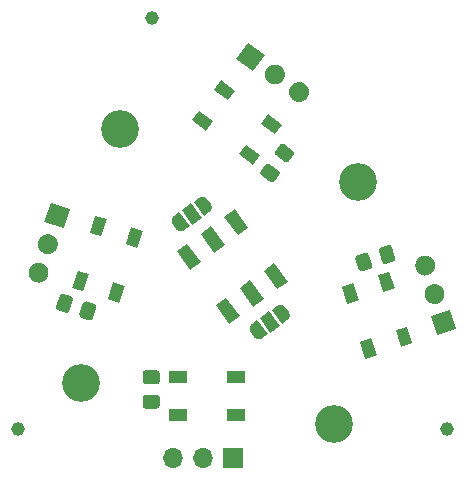
<source format=gbr>
%TF.GenerationSoftware,KiCad,Pcbnew,5.1.9*%
%TF.CreationDate,2021-01-25T14:03:35-05:00*%
%TF.ProjectId,penrosekite,70656e72-6f73-4656-9b69-74652e6b6963,rev?*%
%TF.SameCoordinates,Original*%
%TF.FileFunction,Soldermask,Top*%
%TF.FilePolarity,Negative*%
%FSLAX46Y46*%
G04 Gerber Fmt 4.6, Leading zero omitted, Abs format (unit mm)*
G04 Created by KiCad (PCBNEW 5.1.9) date 2021-01-25 14:03:35*
%MOMM*%
%LPD*%
G01*
G04 APERTURE LIST*
%ADD10C,3.200000*%
%ADD11C,1.150000*%
%ADD12C,0.100000*%
%ADD13R,1.500000X1.000000*%
%ADD14R,1.700000X1.700000*%
%ADD15O,1.700000X1.700000*%
G04 APERTURE END LIST*
D10*
%TO.C,M3*%
X140464415Y-97212730D03*
%TD*%
%TO.C,M3*%
X117002922Y-114258503D03*
%TD*%
%TO.C,M3*%
X138449071Y-117756510D03*
%TD*%
%TO.C,M3*%
X120303344Y-92781060D03*
%TD*%
D11*
%TO.C,MH*%
X111658400Y-118110000D03*
%TD*%
%TO.C,MH*%
X148005800Y-118110000D03*
%TD*%
%TO.C,MH*%
X123012200Y-83388200D03*
%TD*%
%TO.C,C1*%
G36*
G01*
X132955213Y-95715860D02*
X133723780Y-96274256D01*
G75*
G02*
X133779088Y-96623456I-146946J-202254D01*
G01*
X133382333Y-97169542D01*
G75*
G02*
X133033133Y-97224850I-202254J146946D01*
G01*
X132264566Y-96666454D01*
G75*
G02*
X132209258Y-96317254I146946J202254D01*
G01*
X132606013Y-95771168D01*
G75*
G02*
X132955213Y-95715860I202254J-146946D01*
G01*
G37*
G36*
G01*
X134174867Y-94037150D02*
X134943434Y-94595546D01*
G75*
G02*
X134998742Y-94944746I-146946J-202254D01*
G01*
X134601987Y-95490832D01*
G75*
G02*
X134252787Y-95546140I-202254J146946D01*
G01*
X133484220Y-94987744D01*
G75*
G02*
X133428912Y-94638544I146946J202254D01*
G01*
X133825667Y-94092458D01*
G75*
G02*
X134174867Y-94037150I202254J-146946D01*
G01*
G37*
%TD*%
%TO.C,C2*%
G36*
G01*
X123411000Y-116433000D02*
X122461000Y-116433000D01*
G75*
G02*
X122211000Y-116183000I0J250000D01*
G01*
X122211000Y-115508000D01*
G75*
G02*
X122461000Y-115258000I250000J0D01*
G01*
X123411000Y-115258000D01*
G75*
G02*
X123661000Y-115508000I0J-250000D01*
G01*
X123661000Y-116183000D01*
G75*
G02*
X123411000Y-116433000I-250000J0D01*
G01*
G37*
G36*
G01*
X123411000Y-114358000D02*
X122461000Y-114358000D01*
G75*
G02*
X122211000Y-114108000I0J250000D01*
G01*
X122211000Y-113433000D01*
G75*
G02*
X122461000Y-113183000I250000J0D01*
G01*
X123411000Y-113183000D01*
G75*
G02*
X123661000Y-113433000I0J-250000D01*
G01*
X123661000Y-114108000D01*
G75*
G02*
X123411000Y-114358000I-250000J0D01*
G01*
G37*
%TD*%
%TO.C,C3*%
G36*
G01*
X141347742Y-103382806D02*
X141641308Y-104286310D01*
G75*
G02*
X141480798Y-104601328I-237764J-77254D01*
G01*
X140838834Y-104809914D01*
G75*
G02*
X140523816Y-104649404I-77254J237764D01*
G01*
X140230250Y-103745900D01*
G75*
G02*
X140390760Y-103430882I237764J77254D01*
G01*
X141032724Y-103222296D01*
G75*
G02*
X141347742Y-103382806I77254J-237764D01*
G01*
G37*
G36*
G01*
X143321184Y-102741596D02*
X143614750Y-103645100D01*
G75*
G02*
X143454240Y-103960118I-237764J-77254D01*
G01*
X142812276Y-104168704D01*
G75*
G02*
X142497258Y-104008194I-77254J237764D01*
G01*
X142203692Y-103104690D01*
G75*
G02*
X142364202Y-102789672I237764J77254D01*
G01*
X143006166Y-102581086D01*
G75*
G02*
X143321184Y-102741596I77254J-237764D01*
G01*
G37*
%TD*%
%TO.C,C4*%
G36*
G01*
X114893750Y-107772600D02*
X115187316Y-106869096D01*
G75*
G02*
X115502334Y-106708586I237764J-77254D01*
G01*
X116144298Y-106917172D01*
G75*
G02*
X116304808Y-107232190I-77254J-237764D01*
G01*
X116011242Y-108135694D01*
G75*
G02*
X115696224Y-108296204I-237764J77254D01*
G01*
X115054260Y-108087618D01*
G75*
G02*
X114893750Y-107772600I77254J237764D01*
G01*
G37*
G36*
G01*
X116867192Y-108413810D02*
X117160758Y-107510306D01*
G75*
G02*
X117475776Y-107349796I237764J-77254D01*
G01*
X118117740Y-107558382D01*
G75*
G02*
X118278250Y-107873400I-77254J-237764D01*
G01*
X117984684Y-108776904D01*
G75*
G02*
X117669666Y-108937414I-237764J77254D01*
G01*
X117027702Y-108728828D01*
G75*
G02*
X116867192Y-108413810I77254J237764D01*
G01*
G37*
%TD*%
D12*
%TO.C,D1*%
G36*
X128267646Y-89422457D02*
G01*
X128855431Y-88613440D01*
X130068956Y-89495117D01*
X129481171Y-90304134D01*
X128267646Y-89422457D01*
G37*
G36*
X126386733Y-92011311D02*
G01*
X126974518Y-91202294D01*
X128188043Y-92083971D01*
X127600258Y-92892988D01*
X126386733Y-92011311D01*
G37*
G36*
X132231829Y-92302605D02*
G01*
X132819614Y-91493588D01*
X134033139Y-92375265D01*
X133445354Y-93184282D01*
X132231829Y-92302605D01*
G37*
G36*
X130350916Y-94891459D02*
G01*
X130938701Y-94082442D01*
X132152226Y-94964119D01*
X131564441Y-95773136D01*
X130350916Y-94891459D01*
G37*
%TD*%
D13*
%TO.C,D2*%
X125209486Y-113772169D03*
X125209486Y-116972169D03*
X130109486Y-113772169D03*
X130109486Y-116972169D03*
%TD*%
D12*
%TO.C,D3*%
G36*
X143549438Y-106241686D02*
G01*
X142598381Y-106550703D01*
X142134856Y-105124118D01*
X143085913Y-104815101D01*
X143549438Y-106241686D01*
G37*
G36*
X140506057Y-107230541D02*
G01*
X139555000Y-107539558D01*
X139091475Y-106112973D01*
X140042532Y-105803956D01*
X140506057Y-107230541D01*
G37*
G36*
X145063621Y-110901863D02*
G01*
X144112564Y-111210880D01*
X143649039Y-109784295D01*
X144600096Y-109475278D01*
X145063621Y-110901863D01*
G37*
G36*
X142020240Y-111890718D02*
G01*
X141069183Y-112199735D01*
X140605658Y-110773150D01*
X141556715Y-110464133D01*
X142020240Y-111890718D01*
G37*
%TD*%
%TO.C,D4*%
G36*
X121260759Y-101080894D02*
G01*
X122211816Y-101389911D01*
X121748291Y-102816496D01*
X120797234Y-102507479D01*
X121260759Y-101080894D01*
G37*
G36*
X118217378Y-100092039D02*
G01*
X119168435Y-100401056D01*
X118704910Y-101827641D01*
X117753853Y-101518624D01*
X118217378Y-100092039D01*
G37*
G36*
X119746576Y-105741071D02*
G01*
X120697633Y-106050088D01*
X120234108Y-107476673D01*
X119283051Y-107167656D01*
X119746576Y-105741071D01*
G37*
G36*
X116703195Y-104752216D02*
G01*
X117654252Y-105061233D01*
X117190727Y-106487818D01*
X116239670Y-106178801D01*
X116703195Y-104752216D01*
G37*
%TD*%
%TO.C,J1*%
G36*
G01*
X134957975Y-90311081D02*
X134957975Y-90311081D01*
G75*
G02*
X134769928Y-89123800I499617J687664D01*
G01*
X134769928Y-89123800D01*
G75*
G02*
X135957209Y-88935753I687664J-499617D01*
G01*
X135957209Y-88935753D01*
G75*
G02*
X136145256Y-90123034I-499617J-687664D01*
G01*
X136145256Y-90123034D01*
G75*
G02*
X134957975Y-90311081I-687664J499617D01*
G01*
G37*
G36*
G01*
X132903072Y-88818107D02*
X132903072Y-88818107D01*
G75*
G02*
X132715025Y-87630826I499617J687664D01*
G01*
X132715025Y-87630826D01*
G75*
G02*
X133902306Y-87442779I687664J-499617D01*
G01*
X133902306Y-87442779D01*
G75*
G02*
X134090353Y-88630060I-499617J-687664D01*
G01*
X134090353Y-88630060D01*
G75*
G02*
X132903072Y-88818107I-687664J499617D01*
G01*
G37*
G36*
X131535833Y-87824750D02*
G01*
X130160504Y-86825515D01*
X131159739Y-85450186D01*
X132535068Y-86449421D01*
X131535833Y-87824750D01*
G37*
%TD*%
D14*
%TO.C,J2*%
X129864584Y-120563941D03*
D15*
X127324584Y-120563941D03*
X124784584Y-120563941D03*
%TD*%
D12*
%TO.C,J3*%
G36*
X148256663Y-108069166D02*
G01*
X148781991Y-109685962D01*
X147165195Y-110211290D01*
X146639867Y-108594494D01*
X148256663Y-108069166D01*
G37*
G36*
G01*
X147734424Y-106461880D02*
X147734424Y-106461880D01*
G75*
G02*
X147188690Y-107532942I-808398J-262664D01*
G01*
X147188690Y-107532942D01*
G75*
G02*
X146117628Y-106987208I-262664J808398D01*
G01*
X146117628Y-106987208D01*
G75*
G02*
X146663362Y-105916146I808398J262664D01*
G01*
X146663362Y-105916146D01*
G75*
G02*
X147734424Y-106461880I262664J-808398D01*
G01*
G37*
G36*
G01*
X146949521Y-104046197D02*
X146949521Y-104046197D01*
G75*
G02*
X146403787Y-105117259I-808398J-262664D01*
G01*
X146403787Y-105117259D01*
G75*
G02*
X145332725Y-104571525I-262664J808398D01*
G01*
X145332725Y-104571525D01*
G75*
G02*
X145878459Y-103500463I808398J262664D01*
G01*
X145878459Y-103500463D01*
G75*
G02*
X146949521Y-104046197I262664J-808398D01*
G01*
G37*
%TD*%
%TO.C,J4*%
G36*
G01*
X112592545Y-104650301D02*
X112592545Y-104650301D01*
G75*
G02*
X113663607Y-104104567I808398J-262664D01*
G01*
X113663607Y-104104567D01*
G75*
G02*
X114209341Y-105175629I-262664J-808398D01*
G01*
X114209341Y-105175629D01*
G75*
G02*
X113138279Y-105721363I-808398J262664D01*
G01*
X113138279Y-105721363D01*
G75*
G02*
X112592545Y-104650301I262664J808398D01*
G01*
G37*
G36*
G01*
X113377448Y-102234618D02*
X113377448Y-102234618D01*
G75*
G02*
X114448510Y-101688884I808398J-262664D01*
G01*
X114448510Y-101688884D01*
G75*
G02*
X114994244Y-102759946I-262664J-808398D01*
G01*
X114994244Y-102759946D01*
G75*
G02*
X113923182Y-103305680I-808398J262664D01*
G01*
X113923182Y-103305680D01*
G75*
G02*
X113377448Y-102234618I262664J808398D01*
G01*
G37*
G36*
X113899687Y-100627332D02*
G01*
X114425015Y-99010536D01*
X116041811Y-99535864D01*
X115516483Y-101152660D01*
X113899687Y-100627332D01*
G37*
%TD*%
%TO.C,JP1*%
G36*
X132932670Y-108192345D02*
G01*
X133814347Y-109405870D01*
X133005330Y-109993655D01*
X132123653Y-108780130D01*
X132932670Y-108192345D01*
G37*
G36*
X132357763Y-110463397D02*
G01*
X132337915Y-110477817D01*
X132295582Y-110502628D01*
X132251022Y-110523171D01*
X132204662Y-110539247D01*
X132156950Y-110550702D01*
X132108346Y-110557424D01*
X132059316Y-110559352D01*
X132010334Y-110556463D01*
X131961869Y-110548786D01*
X131914392Y-110536398D01*
X131868357Y-110519414D01*
X131824208Y-110498001D01*
X131782371Y-110472363D01*
X131743248Y-110442748D01*
X131707217Y-110409440D01*
X131674624Y-110372762D01*
X131660203Y-110352914D01*
X131659716Y-110353268D01*
X131365823Y-109948759D01*
X131366310Y-109948406D01*
X131351889Y-109928557D01*
X131327079Y-109886225D01*
X131306535Y-109841665D01*
X131290460Y-109795305D01*
X131279004Y-109747593D01*
X131272283Y-109698988D01*
X131270355Y-109649958D01*
X131273244Y-109600976D01*
X131280920Y-109552511D01*
X131293309Y-109505034D01*
X131310293Y-109458999D01*
X131331706Y-109414851D01*
X131357344Y-109373014D01*
X131386959Y-109333891D01*
X131420267Y-109297860D01*
X131456944Y-109265266D01*
X131476793Y-109250845D01*
X131476439Y-109250358D01*
X131921398Y-108927076D01*
X132803076Y-110140602D01*
X132358117Y-110463884D01*
X132357763Y-110463397D01*
G37*
G36*
X133134924Y-108045398D02*
G01*
X133579883Y-107722116D01*
X133580237Y-107722603D01*
X133600085Y-107708183D01*
X133642418Y-107683372D01*
X133686978Y-107662829D01*
X133733338Y-107646753D01*
X133781050Y-107635298D01*
X133829654Y-107628576D01*
X133878684Y-107626648D01*
X133927666Y-107629537D01*
X133976131Y-107637214D01*
X134023608Y-107649602D01*
X134069643Y-107666586D01*
X134113792Y-107687999D01*
X134155629Y-107713637D01*
X134194752Y-107743252D01*
X134230783Y-107776560D01*
X134263376Y-107813238D01*
X134277797Y-107833086D01*
X134278284Y-107832732D01*
X134572177Y-108237241D01*
X134571690Y-108237594D01*
X134586111Y-108257443D01*
X134610921Y-108299775D01*
X134631465Y-108344335D01*
X134647540Y-108390695D01*
X134658996Y-108438407D01*
X134665717Y-108487012D01*
X134667645Y-108536042D01*
X134664756Y-108585024D01*
X134657080Y-108633489D01*
X134644691Y-108680966D01*
X134627707Y-108727001D01*
X134606294Y-108771149D01*
X134580656Y-108812986D01*
X134551041Y-108852109D01*
X134517733Y-108888140D01*
X134481056Y-108920734D01*
X134461207Y-108935155D01*
X134461561Y-108935642D01*
X134016602Y-109258924D01*
X133134924Y-108045398D01*
G37*
%TD*%
%TO.C,JP2*%
G36*
X126530924Y-98901398D02*
G01*
X126975883Y-98578116D01*
X126976237Y-98578603D01*
X126996085Y-98564183D01*
X127038418Y-98539372D01*
X127082978Y-98518829D01*
X127129338Y-98502753D01*
X127177050Y-98491298D01*
X127225654Y-98484576D01*
X127274684Y-98482648D01*
X127323666Y-98485537D01*
X127372131Y-98493214D01*
X127419608Y-98505602D01*
X127465643Y-98522586D01*
X127509792Y-98543999D01*
X127551629Y-98569637D01*
X127590752Y-98599252D01*
X127626783Y-98632560D01*
X127659376Y-98669238D01*
X127673797Y-98689086D01*
X127674284Y-98688732D01*
X127968177Y-99093241D01*
X127967690Y-99093594D01*
X127982111Y-99113443D01*
X128006921Y-99155775D01*
X128027465Y-99200335D01*
X128043540Y-99246695D01*
X128054996Y-99294407D01*
X128061717Y-99343012D01*
X128063645Y-99392042D01*
X128060756Y-99441024D01*
X128053080Y-99489489D01*
X128040691Y-99536966D01*
X128023707Y-99583001D01*
X128002294Y-99627149D01*
X127976656Y-99668986D01*
X127947041Y-99708109D01*
X127913733Y-99744140D01*
X127877056Y-99776734D01*
X127857207Y-99791155D01*
X127857561Y-99791642D01*
X127412602Y-100114924D01*
X126530924Y-98901398D01*
G37*
G36*
X125753763Y-101319397D02*
G01*
X125733915Y-101333817D01*
X125691582Y-101358628D01*
X125647022Y-101379171D01*
X125600662Y-101395247D01*
X125552950Y-101406702D01*
X125504346Y-101413424D01*
X125455316Y-101415352D01*
X125406334Y-101412463D01*
X125357869Y-101404786D01*
X125310392Y-101392398D01*
X125264357Y-101375414D01*
X125220208Y-101354001D01*
X125178371Y-101328363D01*
X125139248Y-101298748D01*
X125103217Y-101265440D01*
X125070624Y-101228762D01*
X125056203Y-101208914D01*
X125055716Y-101209268D01*
X124761823Y-100804759D01*
X124762310Y-100804406D01*
X124747889Y-100784557D01*
X124723079Y-100742225D01*
X124702535Y-100697665D01*
X124686460Y-100651305D01*
X124675004Y-100603593D01*
X124668283Y-100554988D01*
X124666355Y-100505958D01*
X124669244Y-100456976D01*
X124676920Y-100408511D01*
X124689309Y-100361034D01*
X124706293Y-100314999D01*
X124727706Y-100270851D01*
X124753344Y-100229014D01*
X124782959Y-100189891D01*
X124816267Y-100153860D01*
X124852944Y-100121266D01*
X124872793Y-100106845D01*
X124872439Y-100106358D01*
X125317398Y-99783076D01*
X126199076Y-100996602D01*
X125754117Y-101319884D01*
X125753763Y-101319397D01*
G37*
G36*
X126328670Y-99048345D02*
G01*
X127210347Y-100261870D01*
X126401330Y-100849655D01*
X125519653Y-99636130D01*
X126328670Y-99048345D01*
G37*
%TD*%
%TO.C,SW1*%
G36*
X129137999Y-100173554D02*
G01*
X130027918Y-99526991D01*
X131174099Y-101104574D01*
X130284180Y-101751137D01*
X129137999Y-100173554D01*
G37*
G36*
X127115457Y-101643017D02*
G01*
X128005376Y-100996454D01*
X129151557Y-102574037D01*
X128261638Y-103220600D01*
X127115457Y-101643017D01*
G37*
G36*
X125092914Y-103112480D02*
G01*
X125982833Y-102465917D01*
X127129014Y-104043500D01*
X126239095Y-104690063D01*
X125092914Y-103112480D01*
G37*
G36*
X132458986Y-104744500D02*
G01*
X133348905Y-104097937D01*
X134495086Y-105675520D01*
X133605167Y-106322083D01*
X132458986Y-104744500D01*
G37*
G36*
X130436443Y-106213963D02*
G01*
X131326362Y-105567400D01*
X132472543Y-107144983D01*
X131582624Y-107791546D01*
X130436443Y-106213963D01*
G37*
G36*
X128413901Y-107683426D02*
G01*
X129303820Y-107036863D01*
X130450001Y-108614446D01*
X129560082Y-109261009D01*
X128413901Y-107683426D01*
G37*
%TD*%
M02*

</source>
